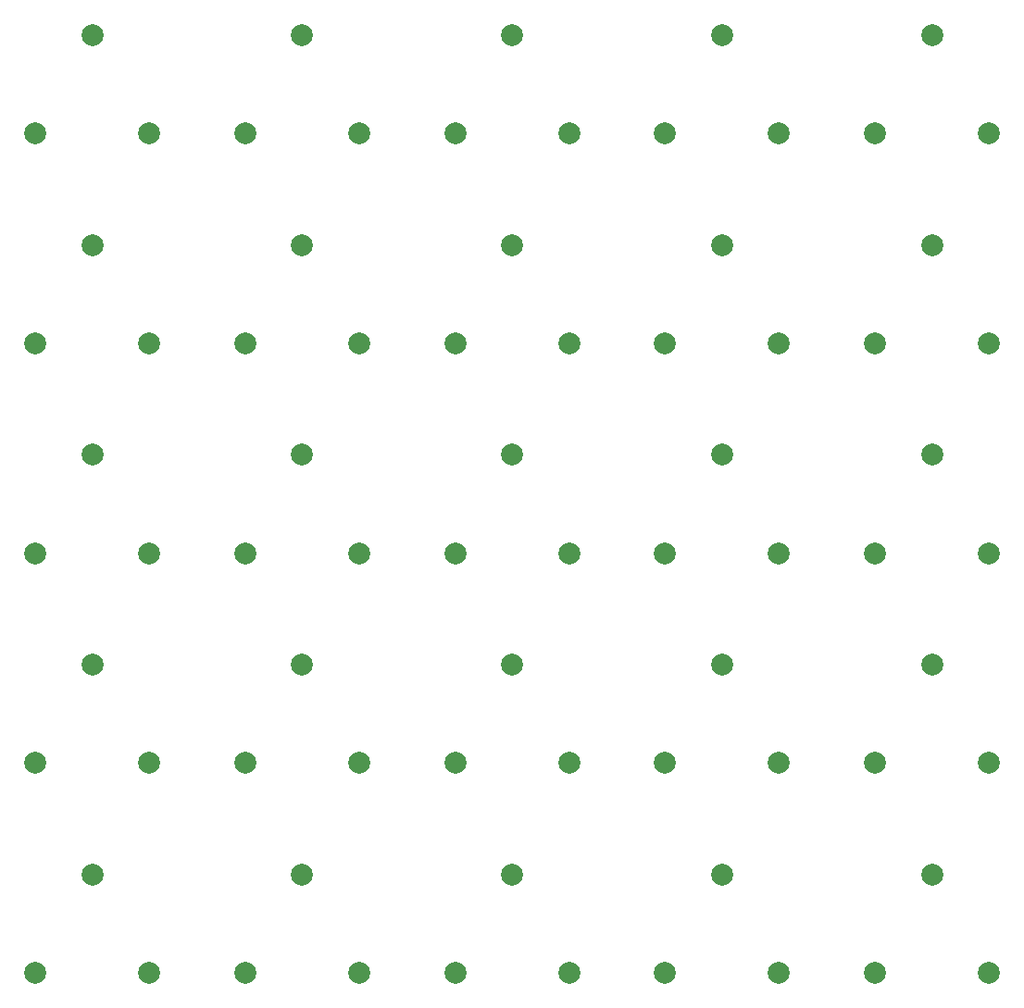
<source format=gtp>
G04 #@! TF.GenerationSoftware,KiCad,Pcbnew,7.0.9*
G04 #@! TF.CreationDate,2024-01-01T14:03:07+01:00*
G04 #@! TF.ProjectId,Nutzen,4e75747a-656e-42e6-9b69-6361645f7063,rev?*
G04 #@! TF.SameCoordinates,Original*
G04 #@! TF.FileFunction,Paste,Top*
G04 #@! TF.FilePolarity,Positive*
%FSLAX46Y46*%
G04 Gerber Fmt 4.6, Leading zero omitted, Abs format (unit mm)*
G04 Created by KiCad (PCBNEW 7.0.9) date 2024-01-01 14:03:07*
%MOMM*%
%LPD*%
G01*
G04 APERTURE LIST*
%ADD10C,2.000000*%
G04 APERTURE END LIST*
D10*
X126050000Y-48100000D03*
X136450000Y-67300000D03*
X136450000Y-86500000D03*
X131250000Y-115900000D03*
X117250000Y-86500000D03*
X131250000Y-58300000D03*
X183650000Y-67300000D03*
X155650000Y-124900000D03*
X174850000Y-105700000D03*
X145250000Y-86500000D03*
X136450000Y-105700000D03*
X188850000Y-39100000D03*
X164450000Y-124900000D03*
X174850000Y-124900000D03*
X131250000Y-39100000D03*
X169650000Y-96700000D03*
X188850000Y-58300000D03*
X150450000Y-115900000D03*
X164450000Y-67300000D03*
X194050000Y-67300000D03*
X174850000Y-48100000D03*
X194050000Y-48100000D03*
X183650000Y-48100000D03*
X126050000Y-86500000D03*
X194050000Y-86500000D03*
X150450000Y-39100000D03*
X150450000Y-58300000D03*
X112050000Y-96700000D03*
X126050000Y-67300000D03*
X155650000Y-48100000D03*
X112050000Y-58300000D03*
X106850000Y-105700000D03*
X112050000Y-39100000D03*
X131250000Y-77500000D03*
X126050000Y-105700000D03*
X164450000Y-86500000D03*
X188850000Y-96700000D03*
X117250000Y-67300000D03*
X183650000Y-86500000D03*
X155650000Y-86500000D03*
X164450000Y-48100000D03*
X174850000Y-86500000D03*
X155650000Y-105700000D03*
X155650000Y-67300000D03*
X194050000Y-105700000D03*
X169650000Y-115900000D03*
X164450000Y-105700000D03*
X169650000Y-39100000D03*
X150450000Y-96700000D03*
X145250000Y-124900000D03*
X117250000Y-124900000D03*
X117250000Y-105700000D03*
X112050000Y-115900000D03*
X117250000Y-48100000D03*
X194050000Y-124900000D03*
X183650000Y-105700000D03*
X112050000Y-77500000D03*
X188850000Y-115900000D03*
X145250000Y-105700000D03*
X131250000Y-96700000D03*
X126050000Y-124900000D03*
X169650000Y-58300000D03*
X183650000Y-124900000D03*
X169650000Y-77500000D03*
X106850000Y-124900000D03*
X145250000Y-48100000D03*
X106850000Y-48100000D03*
X188850000Y-77500000D03*
X136450000Y-48100000D03*
X145250000Y-67300000D03*
X106850000Y-86500000D03*
X150450000Y-77500000D03*
X174850000Y-67300000D03*
X106850000Y-67300000D03*
X136450000Y-124900000D03*
M02*

</source>
